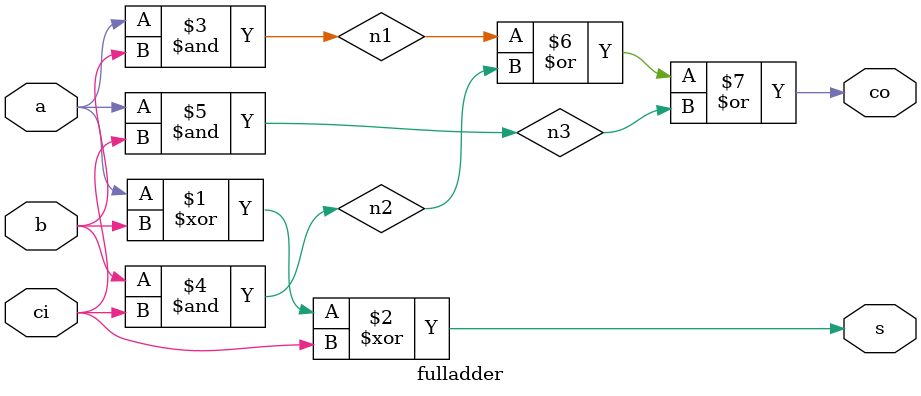
<source format=v>
 module fulladder (s,co,a,b,ci);
    output s;
	 output co;
    input a;
	 input b;
	 input ci;
	 
	 wire s;
	 wire co;
    wire a;
	 wire b;
	 wire ci;
	 
	 wire n1;
	 wire n2;
	 wire n3;
	 wire n4;
	 
    xor u1(s,a,b,ci);
    and u2(n1,a,b);
    and u3(n2,b,ci);
    and u4(n3,a,ci);
    or #10 u5(co,n1,n2,n3);
endmodule

</source>
